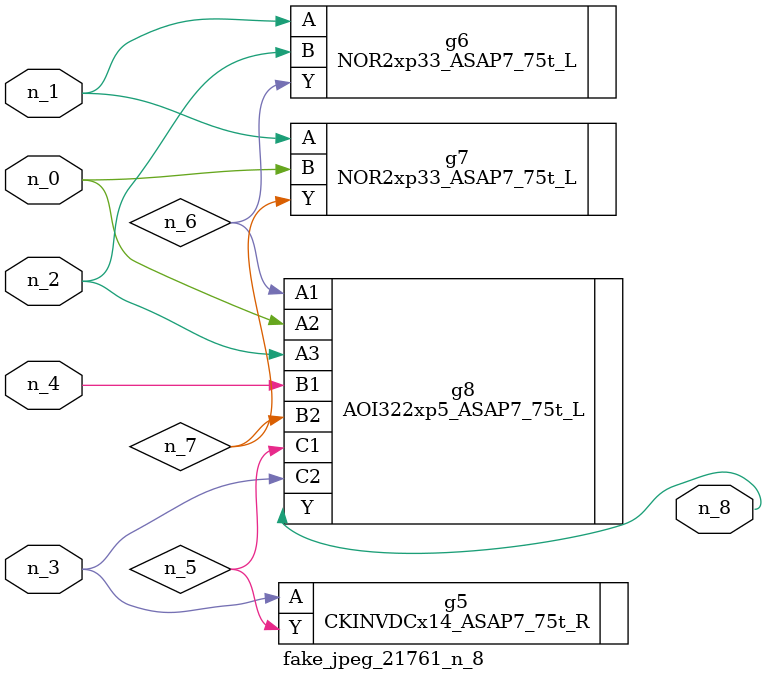
<source format=v>
module fake_jpeg_21761_n_8 (n_3, n_2, n_1, n_0, n_4, n_8);

input n_3;
input n_2;
input n_1;
input n_0;
input n_4;

output n_8;

wire n_6;
wire n_5;
wire n_7;

CKINVDCx14_ASAP7_75t_R g5 ( 
.A(n_3),
.Y(n_5)
);

NOR2xp33_ASAP7_75t_L g6 ( 
.A(n_1),
.B(n_2),
.Y(n_6)
);

NOR2xp33_ASAP7_75t_L g7 ( 
.A(n_1),
.B(n_0),
.Y(n_7)
);

AOI322xp5_ASAP7_75t_L g8 ( 
.A1(n_6),
.A2(n_0),
.A3(n_2),
.B1(n_4),
.B2(n_7),
.C1(n_5),
.C2(n_3),
.Y(n_8)
);


endmodule
</source>
